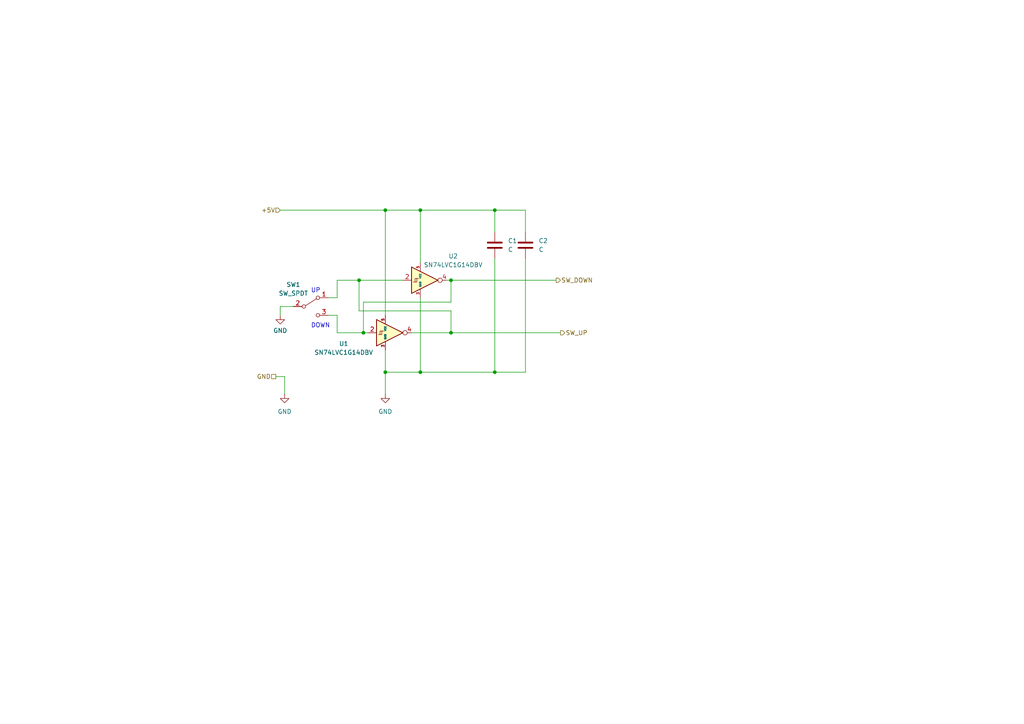
<source format=kicad_sch>
(kicad_sch (version 20230121) (generator eeschema)
  (paper "A4")
  (lib_symbols
    (symbol "74xGxx:SN74LVC1G14DBV"
      (property "Reference" "U" (at -2.54 5.08 0))
      (property "Value" "SN74LVC1G14DBV" (at 10.16 5.08 0))
      (symbol "SN74LVC1G14DBV_0_1"
        (polyline (pts (xy -1.016 0.508) (xy -0.508 0.508)))
        (polyline (pts (xy -2.54 3.81) (xy -2.54 -3.81) (xy 5.08 0) (xy -2.54 3.81)) (stroke (width 0.254)) (fill (type background)))
        (polyline (pts (xy -1.524 -0.508) (xy -1.524 0.508) (xy -1.016 0.508) (xy -1.016 -0.508) (xy -2.032 -0.508)))
        (circle (center 5.715 0) (radius 0.635))
      )
      (symbol "SN74LVC1G14DBV_1_1"
        (pin no_connect line (at 5.08 0 180) (length 2.54) hide (name "NC") (number "1"))
        (pin input line (at -5.08 0 0) (length 2.54) (name "~") (number "2"))
        (pin power_in line (at 0 -5.08 90) (length 2.54) (name "GND") (number "3"))
        (pin output line (at 7.62 0 180) (length 1.27) (name "~") (number "4"))
        (pin power_in line (at 0 5.08 270) (length 2.54) (name "VCC") (number "5"))
      )
    )
    (symbol "Device:C" (pin_numbers hide) (pin_names (offset 0.254))
      (property "Reference" "C" (at 0.635 2.54 0))
      (property "Value" "C" (at 0.635 -2.54 0))
      (symbol "C_0_1"
        (polyline (pts (xy -2.032 -0.762) (xy 2.032 -0.762)) (stroke (width 0.508)))
        (polyline (pts (xy -2.032 0.762) (xy 2.032 0.762)) (stroke (width 0.508)))
      )
      (symbol "C_1_1"
        (pin passive line (at 0 3.81 270) (length 2.794) (name "~") (number "1"))
        (pin passive line (at 0 -3.81 90) (length 2.794) (name "~") (number "2"))
      )
    )
    (symbol "GND_1" (power) (pin_names (offset 0))
      (property "Value" "GND_1" (at 0 -3.81 0))
      (symbol "GND_1_0_1"
        (polyline (pts (xy 0 0) (xy 0 -1.27) (xy 1.27 -1.27) (xy 0 -2.54) (xy -1.27 -1.27) (xy 0 -1.27)))
      )
      (symbol "GND_1_1_1"
        (pin power_in line (at 0 0 270) (length 0) hide (name "GND") (number "1"))
      )
    )
    (symbol "Switch:SW_SPDT" (pin_names (offset 0) hide)
      (property "Reference" "SW" (at 0 4.318 0))
      (property "Value" "SW_SPDT" (at 0 -5.08 0))
      (symbol "SW_SPDT_0_0"
        (circle (center -2.032 0) (radius 0.508))
        (circle (center 2.032 -2.54) (radius 0.508))
      )
      (symbol "SW_SPDT_0_1"
        (polyline (pts (xy -1.524 0.254) (xy 1.651 2.286)))
        (circle (center 2.032 2.54) (radius 0.508))
      )
      (symbol "SW_SPDT_1_1"
        (pin passive line (at 5.08 2.54 180) (length 2.54) (name "A") (number "1"))
        (pin passive line (at -5.08 0 0) (length 2.54) (name "B") (number "2"))
        (pin passive line (at 5.08 -2.54 180) (length 2.54) (name "C") (number "3"))
      )
    )
    (symbol "power:GND" (power) (pin_names (offset 0))
      (property "Value" "GND" (at 0 -3.81 0))
      (symbol "GND_0_1"
        (polyline (pts (xy 0 0) (xy 0 -1.27) (xy 1.27 -1.27) (xy 0 -2.54) (xy -1.27 -1.27) (xy 0 -1.27)))
      )
      (symbol "GND_1_1"
        (pin power_in line (at 0 0 270) (length 0) hide (name "GND") (number "1"))
      )
    )
  )
  (junction (at 121.92 60.96))
  (junction (at 130.81 96.52))
  (junction (at 143.51 60.96))
  (junction (at 111.76 107.95))
  (junction (at 105.41 96.52))
  (junction (at 104.14 81.28))
  (junction (at 130.81 81.28))
  (junction (at 143.51 107.95))
  (junction (at 121.92 107.95))
  (junction (at 111.76 60.96))
  (wire (pts (xy 130.81 96.52) (xy 162.56 96.52)))
  (wire (pts (xy 97.79 86.36) (xy 95.25 86.36)))
  (wire (pts (xy 121.92 60.96) (xy 121.92 76.2)))
  (wire (pts (xy 80.01 109.22) (xy 82.55 109.22)))
  (wire (pts (xy 81.28 91.44) (xy 81.28 88.9)))
  (wire (pts (xy 97.79 81.28) (xy 97.79 86.36)))
  (wire (pts (xy 97.79 96.52) (xy 105.41 96.52)))
  (wire (pts (xy 130.81 96.52) (xy 130.81 90.17)))
  (wire (pts (xy 143.51 60.96) (xy 143.51 67.31)))
  (wire (pts (xy 111.76 107.95) (xy 111.76 101.6)))
  (wire (pts (xy 81.28 60.96) (xy 111.76 60.96)))
  (wire (pts (xy 130.81 81.28) (xy 130.81 87.63)))
  (wire (pts (xy 82.55 109.22) (xy 82.55 114.3)))
  (wire (pts (xy 97.79 81.28) (xy 104.14 81.28)))
  (wire (pts (xy 129.54 81.28) (xy 130.81 81.28)))
  (wire (pts (xy 143.51 60.96) (xy 121.92 60.96)))
  (wire (pts (xy 143.51 107.95) (xy 152.4 107.95)))
  (wire (pts (xy 95.25 91.44) (xy 97.79 91.44)))
  (wire (pts (xy 121.92 107.95) (xy 111.76 107.95)))
  (wire (pts (xy 105.41 96.52) (xy 106.68 96.52)))
  (wire (pts (xy 97.79 91.44) (xy 97.79 96.52)))
  (wire (pts (xy 105.41 87.63) (xy 105.41 96.52)))
  (wire (pts (xy 152.4 74.93) (xy 152.4 107.95)))
  (wire (pts (xy 121.92 107.95) (xy 143.51 107.95)))
  (wire (pts (xy 143.51 74.93) (xy 143.51 107.95)))
  (wire (pts (xy 130.81 90.17) (xy 104.14 90.17)))
  (wire (pts (xy 111.76 60.96) (xy 121.92 60.96)))
  (wire (pts (xy 111.76 60.96) (xy 111.76 91.44)))
  (wire (pts (xy 130.81 81.28) (xy 161.29 81.28)))
  (wire (pts (xy 152.4 60.96) (xy 152.4 67.31)))
  (wire (pts (xy 111.76 107.95) (xy 111.76 114.3)))
  (wire (pts (xy 104.14 90.17) (xy 104.14 81.28)))
  (wire (pts (xy 121.92 86.36) (xy 121.92 107.95)))
  (wire (pts (xy 119.38 96.52) (xy 130.81 96.52)))
  (wire (pts (xy 130.81 87.63) (xy 105.41 87.63)))
  (wire (pts (xy 81.28 88.9) (xy 85.09 88.9)))
  (wire (pts (xy 152.4 60.96) (xy 143.51 60.96)))
  (wire (pts (xy 104.14 81.28) (xy 116.84 81.28)))
  (text "UP" (at 90.17 85.09 0) (effects (font (size 1.27 1.27)) (justify left bottom)))
  (text "DOWN" (at 90.17 95.25 0) (effects (font (size 1.27 1.27)) (justify left bottom)))
  (hierarchical_label "SW_DOWN" (shape output) (at 161.29 81.28 0))
  (hierarchical_label "+5V" (shape input) (at 81.28 60.96 180))
  (hierarchical_label "SW_UP" (shape output) (at 162.56 96.52 0))
  (hierarchical_label "GND" (shape passive) (at 80.01 109.22 180))
  (symbol (lib_id "Device:C") (at 152.4 71.12 0) (unit 1)
    (property "Reference" "C2" (at 156.21 69.85 0) (effects (justify left)))
    (property "Value" "C" (at 156.21 72.39 0) (effects (justify left)))
  )
  (symbol (lib_id "Switch:SW_SPDT") (at 90.17 88.9 0) (unit 1)
    (property "Reference" "SW1" (at 85.09 82.55 0))
    (property "Value" "SW_SPDT" (at 85.09 85.09 0))
  )
  (symbol (lib_id "power:GND") (at 81.28 91.44 0) (unit 1)
    (property "Reference" "#PWR014" (effects hide))
    (property "Value" "GND" (at 81.28 95.885 0))
  )
  (symbol (lib_id "Device:C") (at 143.51 71.12 0) (unit 1)
    (property "Reference" "C1" (at 147.32 69.85 0) (effects (justify left)))
    (property "Value" "C" (at 147.32 72.39 0) (effects (justify left)))
  )
  (symbol (lib_id "74xGxx:SN74LVC1G14DBV") (at 111.76 96.52 0) (unit 1)
    (property "Reference" "U1" (at 99.695 99.695 0))
    (property "Value" "SN74LVC1G14DBV" (at 99.695 102.235 0))
    (property "Footprint" "Package_TO_SOT_SMD:SOT-23-5" (effects hide))
    (property "Datasheet" "http://www.ti.com/lit/ds/symlink/sn74lvc1g14.pdf" (effects hide))
  )
  (symbol (lib_name "GND_1") (lib_id "power:GND") (at 111.76 114.3 0) (unit 1)
    (property "Reference" "#PWR018" (effects hide))
    (property "Value" "GND" (at 111.76 119.38 0))
    (instances (project "pdp11_front_panel" (path "" (reference "#PWR020") (unit 1))))
  )
  (symbol (lib_id "74xGxx:SN74LVC1G14DBV") (at 121.92 81.28 0) (unit 1)
    (property "Reference" "U2" (at 131.445 74.295 0))
    (property "Value" "SN74LVC1G14DBV" (at 131.445 76.835 0))
    (property "Footprint" "Package_TO_SOT_SMD:SOT-23-5" (effects hide))
    (property "Datasheet" "http://www.ti.com/lit/ds/symlink/sn74lvc1g14.pdf" (effects hide))
  )
  (symbol (lib_name "GND_1") (lib_id "power:GND") (at 82.55 114.3 0) (unit 1)
    (property "Reference" "#PWR021" (effects hide))
    (property "Value" "GND" (at 82.55 119.38 0))
    (instances (project "pdp11_front_panel" (path "" (reference "#PWR023") (unit 1))))
  )
)
</source>
